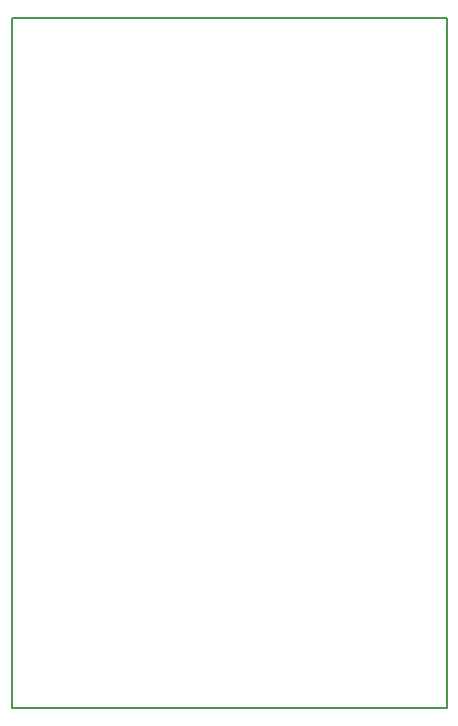
<source format=gbr>
G04 #@! TF.FileFunction,Profile,NP*
%FSLAX46Y46*%
G04 Gerber Fmt 4.6, Leading zero omitted, Abs format (unit mm)*
G04 Created by KiCad (PCBNEW 4.0.1-stable) date 01/18/17 01:46:29*
%MOMM*%
G01*
G04 APERTURE LIST*
%ADD10C,0.100000*%
%ADD11C,0.150000*%
G04 APERTURE END LIST*
D10*
D11*
X181610000Y-50800000D02*
X144780000Y-50800000D01*
X181610000Y-109220000D02*
X181610000Y-50800000D01*
X144780000Y-109220000D02*
X181610000Y-109220000D01*
X144780000Y-50800000D02*
X144780000Y-109220000D01*
M02*

</source>
